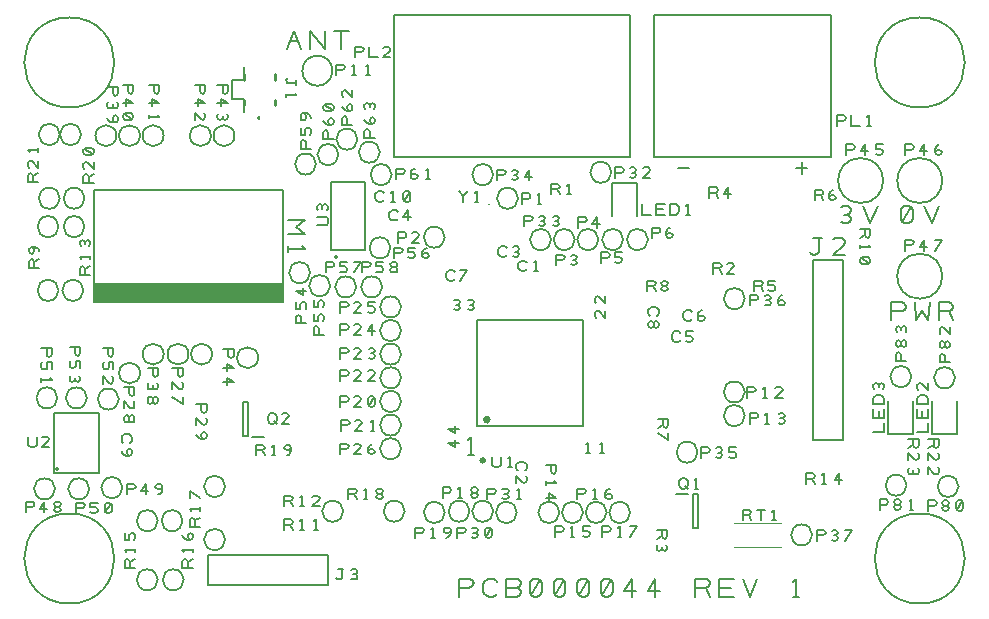
<source format=gto>
G04 DesignSpark PCB Gerber Version 10.0 Build 5299*
G04 #@! TF.Part,Single*
G04 #@! TF.FileFunction,Legend,Top*
G04 #@! TF.FilePolarity,Positive*
%FSLAX35Y35*%
%MOIN*%
%ADD14C,0.00394*%
%ADD10C,0.00500*%
%ADD11C,0.00787*%
%ADD12C,0.00800*%
%ADD13C,0.01000*%
G04 #@! TD.AperFunction*
X0Y0D02*
D02*
D10*
X15998Y30998D02*
G75*
G03*
Y998I0J-15000D01*
G01*
G75*
G03*
Y30998I0J15000D01*
G01*
Y196352D02*
G75*
G03*
Y166352I0J-15000D01*
G01*
G75*
G03*
Y196352I0J15000D01*
G01*
X62100Y17061D02*
Y7061D01*
X102100D01*
Y17061D01*
X62100D01*
X103262Y141589D02*
X114561D01*
Y118754D01*
X103262D01*
Y141589D01*
X104465Y116510D02*
G75*
G03*
X105484I510J0D01*
G01*
G75*
G03*
X104465I-510J0D01*
G01*
G36*
X104465Y116510D02*
G75*
G03*
X105484I510J0D01*
G01*
G75*
G03*
X104465I-510J0D01*
G01*
G37*
X151825Y60093D02*
X187258D01*
Y95526D01*
X151825D01*
Y60093D01*
X153793Y49463D02*
G75*
G03*
Y47888I0J-787D01*
G01*
G75*
G03*
Y49463I0J787D01*
G01*
G36*
X153793Y49463D02*
G75*
G03*
Y47888I0J-787D01*
G01*
G75*
G03*
Y49463I0J787D01*
G01*
G37*
X154187Y62061D02*
G75*
G03*
X156156Y62455I984J197D01*
G01*
G75*
G03*
X154187Y62061I-984J-197D01*
G01*
G36*
X154187Y62061D02*
G75*
G03*
X156156Y62455I984J197D01*
G01*
G75*
G03*
X154187Y62061I-984J-197D01*
G01*
G37*
X203006Y197100D02*
X124266D01*
Y149856D01*
X203006D01*
Y197100D01*
X263754Y55486D02*
X273754D01*
Y115486D01*
X263754D01*
Y55486D01*
X269935Y197100D02*
X210880D01*
Y149856D01*
X269935D01*
Y197100D01*
X274778Y150420D02*
Y154170D01*
X276965D01*
X277590Y153857D01*
X277903Y153232D01*
X277590Y152607D01*
X276965Y152295D01*
X274778D01*
X281340Y150420D02*
Y154170D01*
X279778Y151670D01*
X282278D01*
X284778Y150732D02*
X285403Y150420D01*
X286340D01*
X286965Y150732D01*
X287278Y151357D01*
Y151670D01*
X286965Y152295D01*
X286340Y152607D01*
X284778D01*
Y154170D01*
X287278D01*
X294463Y118530D02*
Y122280D01*
X296650D01*
X297275Y121968D01*
X297588Y121343D01*
X297275Y120718D01*
X296650Y120405D01*
X294463D01*
X301025Y118530D02*
Y122280D01*
X299463Y119780D01*
X301963D01*
X304463Y118530D02*
X306963Y122280D01*
X304463D01*
X294463Y150420D02*
Y154170D01*
X296650D01*
X297275Y153857D01*
X297588Y153232D01*
X297275Y152607D01*
X296650Y152295D01*
X294463D01*
X301025Y150420D02*
Y154170D01*
X299463Y151670D01*
X301963D01*
X304463Y151357D02*
X304775Y151982D01*
X305400Y152295D01*
X306025D01*
X306650Y151982D01*
X306963Y151357D01*
X306650Y150732D01*
X306025Y150420D01*
X305400D01*
X304775Y150732D01*
X304463Y151357D01*
Y152295D01*
X304775Y153232D01*
X305400Y153857D01*
X306025Y154170D01*
X299463Y30998D02*
G75*
G03*
Y998I0J-15000D01*
G01*
G75*
G03*
Y30998I0J15000D01*
G01*
Y196352D02*
G75*
G03*
Y166352I0J-15000D01*
G01*
G75*
G03*
Y196352I0J15000D01*
G01*
D02*
D11*
X75545Y56746D02*
X73774D01*
Y68163D01*
X75545D01*
Y56746D01*
X81057Y56549D02*
X76923D01*
X88734Y128991D02*
X94640D01*
X91687Y126530D01*
X94640Y124069D01*
X88734D01*
Y120132D02*
Y118164D01*
Y119148D02*
X94640D01*
X93656Y120132D01*
X88439Y185978D02*
X90900Y191884D01*
X93360Y185978D01*
X89423Y188439D02*
X92376D01*
X96313Y185978D02*
Y191884D01*
X101234Y185978D01*
Y191884D01*
X106648Y185978D02*
Y191884D01*
X104187D02*
X109108D01*
X145919Y3301D02*
Y9207D01*
X149364D01*
X150348Y8715D01*
X150841Y7730D01*
X150348Y6746D01*
X149364Y6254D01*
X145919D01*
X158715Y4285D02*
X158222Y3793D01*
X157238Y3301D01*
X155762D01*
X154778Y3793D01*
X154285Y4285D01*
X153793Y5270D01*
Y7238D01*
X154285Y8222D01*
X154778Y8715D01*
X155762Y9207D01*
X157238D01*
X158222Y8715D01*
X158715Y8222D01*
X165112Y6254D02*
X166096Y5762D01*
X166589Y4778D01*
X166096Y3793D01*
X165112Y3301D01*
X161667D01*
Y9207D01*
X165112D01*
X166096Y8715D01*
X166589Y7730D01*
X166096Y6746D01*
X165112Y6254D01*
X161667D01*
X170033Y3793D02*
X171018Y3301D01*
X172002D01*
X172986Y3793D01*
X173478Y4778D01*
Y7730D01*
X172986Y8715D01*
X172002Y9207D01*
X171018D01*
X170033Y8715D01*
X169541Y7730D01*
Y4778D01*
X170033Y3793D01*
X172986Y8715D01*
X177907Y3793D02*
X178892Y3301D01*
X179876D01*
X180860Y3793D01*
X181352Y4778D01*
Y7730D01*
X180860Y8715D01*
X179876Y9207D01*
X178892D01*
X177907Y8715D01*
X177415Y7730D01*
Y4778D01*
X177907Y3793D01*
X180860Y8715D01*
X185781Y3793D02*
X186766Y3301D01*
X187750D01*
X188734Y3793D01*
X189226Y4778D01*
Y7730D01*
X188734Y8715D01*
X187750Y9207D01*
X186766D01*
X185781Y8715D01*
X185289Y7730D01*
Y4778D01*
X185781Y3793D01*
X188734Y8715D01*
X193656Y3793D02*
X194640Y3301D01*
X195624D01*
X196608Y3793D01*
X197100Y4778D01*
Y7730D01*
X196608Y8715D01*
X195624Y9207D01*
X194640D01*
X193656Y8715D01*
X193163Y7730D01*
Y4778D01*
X193656Y3793D01*
X196608Y8715D01*
X203498Y3301D02*
Y9207D01*
X201037Y5270D01*
X204974D01*
X211372Y3301D02*
Y9207D01*
X208911Y5270D01*
X212848D01*
X224659Y3301D02*
Y9207D01*
X228104D01*
X229089Y8715D01*
X229581Y7730D01*
X229089Y6746D01*
X228104Y6254D01*
X224659D01*
X228104D02*
X229581Y3301D01*
X232533D02*
Y9207D01*
X237455D01*
X236470Y6254D02*
X232533D01*
Y3301D02*
X237455D01*
X240407Y9207D02*
X242868Y3301D01*
X245329Y9207D01*
X257140Y3301D02*
X259108D01*
X258124D02*
Y9207D01*
X257140Y8222D01*
X148872Y50545D02*
X150841D01*
X149856D02*
Y56451D01*
X148872Y55467D01*
X205171Y130171D02*
Y141195D01*
X196904D01*
Y130171D01*
X218262Y37652D02*
X222396D01*
X218754Y146215D02*
X222691D01*
X223774Y37455D02*
X225545D01*
Y26037D01*
X223774D01*
Y37455D01*
X258124Y146215D02*
X262061D01*
X260093Y144246D02*
Y148183D01*
X262848Y118065D02*
X263341Y117573D01*
X264325Y117081D01*
X265309Y117573D01*
X265801Y118065D01*
Y122986D01*
X266785D01*
X265801D02*
X263833D01*
X274659Y117081D02*
X270722D01*
X274167Y120526D01*
X274659Y121510D01*
X274167Y122494D01*
X273183Y122986D01*
X271707D01*
X270722Y122494D01*
X273183Y128203D02*
X274167Y127711D01*
X275152D01*
X276136Y128203D01*
X276628Y129187D01*
X276136Y130171D01*
X275152Y130663D01*
X274167D01*
X275152D02*
X276136Y131156D01*
X276628Y132140D01*
X276136Y133124D01*
X275152Y133616D01*
X274167D01*
X273183Y133124D01*
X280565Y133616D02*
X283026Y127711D01*
X285486Y133616D01*
X289030Y68360D02*
Y57337D01*
X297297D01*
Y68360D01*
X290014Y95427D02*
Y101333D01*
X293459D01*
X294443Y100841D01*
X294935Y99856D01*
X294443Y98872D01*
X293459Y98380D01*
X290014D01*
X297888Y101333D02*
X298380Y95427D01*
X300348Y98380D01*
X302317Y95427D01*
X302809Y101333D01*
X305762Y95427D02*
Y101333D01*
X309207D01*
X310191Y100841D01*
X310683Y99856D01*
X310191Y98872D01*
X309207Y98380D01*
X305762D01*
X309207D02*
X310683Y95427D01*
X293656Y128203D02*
X294640Y127711D01*
X295624D01*
X296608Y128203D01*
X297100Y129187D01*
Y132140D01*
X296608Y133124D01*
X295624Y133616D01*
X294640D01*
X293656Y133124D01*
X293163Y132140D01*
Y129187D01*
X293656Y128203D01*
X296608Y133124D01*
X301037Y133616D02*
X303498Y127711D01*
X305959Y133616D01*
X303596Y68360D02*
Y57337D01*
X311864D01*
Y68360D01*
D02*
D12*
X1431Y31446D02*
Y34971D01*
X3487D01*
X4075Y34678D01*
X4369Y34090D01*
X4075Y33502D01*
X3487Y33209D01*
X1431D01*
X7600Y31446D02*
Y34971D01*
X6131Y32621D01*
X8481D01*
X11712Y33209D02*
X12300D01*
X12887Y33502D01*
X13181Y34090D01*
X12887Y34678D01*
X12300Y34971D01*
X11712D01*
X11125Y34678D01*
X10831Y34090D01*
X11125Y33502D01*
X11712Y33209D01*
X11125Y32915D01*
X10831Y32328D01*
X11125Y31740D01*
X11712Y31446D01*
X12300D01*
X12887Y31740D01*
X13181Y32328D01*
X12887Y32915D01*
X12300Y33209D01*
X2219Y56625D02*
Y53981D01*
X2512Y53394D01*
X3100Y53100D01*
X4275D01*
X4862Y53394D01*
X5156Y53981D01*
Y56625D01*
X9269Y53100D02*
X6919D01*
X8975Y55156D01*
X9269Y55744D01*
X8975Y56331D01*
X8387Y56625D01*
X7506D01*
X6919Y56331D01*
X6643Y86077D02*
X10168D01*
Y84020D01*
X9874Y83433D01*
X9287Y83139D01*
X8699Y83433D01*
X8406Y84020D01*
Y86077D01*
X6937Y81377D02*
X6643Y80789D01*
Y79908D01*
X6937Y79320D01*
X7524Y79027D01*
X7818D01*
X8406Y79320D01*
X8699Y79908D01*
Y81377D01*
X10168D01*
Y79027D01*
X6643Y76089D02*
Y74914D01*
Y75502D02*
X10168D01*
X9581Y76089D01*
X5668Y141589D02*
X2143D01*
Y143645D01*
X2437Y144232D01*
X3024Y144526D01*
X3612Y144232D01*
X3906Y143645D01*
Y141589D01*
Y143645D02*
X5668Y144526D01*
Y148639D02*
Y146289D01*
X3612Y148345D01*
X3024Y148639D01*
X2437Y148345D01*
X2143Y147757D01*
Y146876D01*
X2437Y146289D01*
X5668Y151576D02*
Y152751D01*
Y152164D02*
X2143D01*
X2730Y151576D01*
X6062Y112848D02*
X2537D01*
Y114905D01*
X2830Y115492D01*
X3418Y115786D01*
X4006Y115492D01*
X4299Y114905D01*
Y112848D01*
Y114905D02*
X6062Y115786D01*
Y118430D02*
X5768Y119017D01*
X5180Y119605D01*
X4299Y119898D01*
X3418D01*
X2830Y119605D01*
X2537Y119017D01*
Y118430D01*
X2830Y117842D01*
X3418Y117548D01*
X4006Y117842D01*
X4299Y118430D01*
Y119017D01*
X4006Y119605D01*
X3418Y119898D01*
X7730Y42726D02*
G75*
G03*
Y35726I0J-3500D01*
G01*
G75*
G03*
Y42726I0J3500D01*
G01*
X8518Y73041D02*
G75*
G03*
Y66041I0J-3500D01*
G01*
G75*
G03*
Y73041I0J3500D01*
G01*
X8911Y108868D02*
G75*
G03*
Y101868I0J-3500D01*
G01*
G75*
G03*
Y108868I0J3500D01*
G01*
Y130128D02*
G75*
G03*
Y123128I0J-3500D01*
G01*
G75*
G03*
Y130128I0J3500D01*
G01*
X9305Y139577D02*
G75*
G03*
Y132577I0J-3500D01*
G01*
G75*
G03*
Y139577I0J3500D01*
G01*
Y160837D02*
G75*
G03*
Y153837I0J-3500D01*
G01*
G75*
G03*
Y160837I0J3500D01*
G01*
X10860Y64581D02*
X25860D01*
Y44581D01*
X10860D01*
Y64581D01*
X11968Y46315D02*
G75*
G03*
Y45422I0J-447D01*
G01*
G75*
G03*
Y46315I0J447D01*
G01*
X16092Y86470D02*
X19617D01*
Y84414D01*
X19323Y83827D01*
X18736Y83533D01*
X18148Y83827D01*
X17854Y84414D01*
Y86470D01*
X16386Y81770D02*
X16092Y81183D01*
Y80302D01*
X16386Y79714D01*
X16973Y79420D01*
X17267D01*
X17854Y79714D01*
X18148Y80302D01*
Y81770D01*
X19617D01*
Y79420D01*
X16386Y76777D02*
X16092Y76189D01*
Y75602D01*
X16386Y75014D01*
X16973Y74720D01*
X17561Y75014D01*
X17854Y75602D01*
Y76189D01*
Y75602D02*
X18148Y75014D01*
X18736Y74720D01*
X19323Y75014D01*
X19617Y75602D01*
Y76189D01*
X19323Y76777D01*
X16392Y160837D02*
G75*
G03*
Y153837I0J-3500D01*
G01*
G75*
G03*
Y160837I0J3500D01*
G01*
X17179Y108868D02*
G75*
G03*
Y101868I0J-3500D01*
G01*
G75*
G03*
Y108868I0J3500D01*
G01*
X17573Y130128D02*
G75*
G03*
Y123128I0J-3500D01*
G01*
G75*
G03*
Y130128I0J3500D01*
G01*
Y139577D02*
G75*
G03*
Y132577I0J-3500D01*
G01*
G75*
G03*
Y139577I0J3500D01*
G01*
X18360Y31052D02*
Y34578D01*
X20417D01*
X21004Y34284D01*
X21298Y33696D01*
X21004Y33109D01*
X20417Y32815D01*
X18360D01*
X23060Y31346D02*
X23648Y31052D01*
X24529D01*
X25117Y31346D01*
X25410Y31934D01*
Y32228D01*
X25117Y32815D01*
X24529Y33109D01*
X23060D01*
Y34578D01*
X25410D01*
X28054Y31346D02*
X28641Y31052D01*
X29229D01*
X29817Y31346D01*
X30110Y31934D01*
Y33696D01*
X29817Y34284D01*
X29229Y34578D01*
X28641D01*
X28054Y34284D01*
X27760Y33696D01*
Y31934D01*
X28054Y31346D01*
X29817Y34284D01*
X18360Y73041D02*
G75*
G03*
Y66041I0J-3500D01*
G01*
G75*
G03*
Y73041I0J3500D01*
G01*
X19148Y42726D02*
G75*
G03*
Y35726I0J-3500D01*
G01*
G75*
G03*
Y42726I0J3500D01*
G01*
X22991Y110486D02*
X19466D01*
Y112543D01*
X19759Y113130D01*
X20347Y113424D01*
X20935Y113130D01*
X21228Y112543D01*
Y110486D01*
Y112543D02*
X22991Y113424D01*
Y115774D02*
Y116949D01*
Y116361D02*
X19466D01*
X20053Y115774D01*
X22697Y120180D02*
X22991Y120767D01*
Y121355D01*
X22697Y121943D01*
X22109Y122236D01*
X21522Y121943D01*
X21228Y121355D01*
Y120767D01*
Y121355D02*
X20935Y121943D01*
X20347Y122236D01*
X19759Y121943D01*
X19466Y121355D01*
Y120767D01*
X19759Y120180D01*
X24172Y141195D02*
X20647D01*
Y143251D01*
X20941Y143839D01*
X21528Y144132D01*
X22116Y143839D01*
X22409Y143251D01*
Y141195D01*
Y143251D02*
X24172Y144132D01*
Y148245D02*
Y145895D01*
X22116Y147951D01*
X21528Y148245D01*
X20941Y147951D01*
X20647Y147364D01*
Y146482D01*
X20941Y145895D01*
X23878Y150889D02*
X24172Y151476D01*
Y152064D01*
X23878Y152651D01*
X23291Y152945D01*
X21528D01*
X20941Y152651D01*
X20647Y152064D01*
Y151476D01*
X20941Y150889D01*
X21528Y150595D01*
X23291D01*
X23878Y150889D01*
X20941Y152651D01*
X27115Y86077D02*
X30641D01*
Y84020D01*
X30347Y83433D01*
X29759Y83139D01*
X29172Y83433D01*
X28878Y84020D01*
Y86077D01*
X27409Y81377D02*
X27115Y80789D01*
Y79908D01*
X27409Y79320D01*
X27997Y79027D01*
X28291D01*
X28878Y79320D01*
X29172Y79908D01*
Y81377D01*
X30641D01*
Y79027D01*
X27115Y74327D02*
Y76677D01*
X29172Y74620D01*
X29759Y74327D01*
X30347Y74620D01*
X30641Y75208D01*
Y76089D01*
X30347Y76677D01*
X28690Y173085D02*
X32215D01*
Y171028D01*
X31922Y170441D01*
X31334Y170147D01*
X30746Y170441D01*
X30453Y171028D01*
Y173085D01*
X28984Y168091D02*
X28690Y167504D01*
Y166916D01*
X28984Y166328D01*
X29572Y166035D01*
X30159Y166328D01*
X30453Y166916D01*
Y167504D01*
Y166916D02*
X30746Y166328D01*
X31334Y166035D01*
X31922Y166328D01*
X32215Y166916D01*
Y167504D01*
X31922Y168091D01*
X28690Y162804D02*
X28984Y162216D01*
X29572Y161628D01*
X30453Y161335D01*
X31334D01*
X31922Y161628D01*
X32215Y162216D01*
Y162804D01*
X31922Y163391D01*
X31334Y163685D01*
X30746Y163391D01*
X30453Y162804D01*
Y162216D01*
X30746Y161628D01*
X31334Y161335D01*
X28990Y72648D02*
G75*
G03*
Y65648I0J-3500D01*
G01*
G75*
G03*
Y72648I0J3500D01*
G01*
X30171Y43120D02*
G75*
G03*
Y36120I0J-3500D01*
G01*
G75*
G03*
Y43120I0J3500D01*
G01*
X31703Y156943D02*
G75*
G03*
X24703I-3500J0D01*
G01*
G75*
G03*
X31703I3500J0D01*
G01*
X34002Y54399D02*
X33709Y54693D01*
X33415Y55280D01*
Y56161D01*
X33709Y56749D01*
X34002Y57043D01*
X34590Y57337D01*
X35765D01*
X36352Y57043D01*
X36646Y56749D01*
X36940Y56161D01*
Y55280D01*
X36646Y54693D01*
X36352Y54399D01*
X33415Y51756D02*
X33709Y51168D01*
X34296Y50580D01*
X35177Y50287D01*
X36059D01*
X36646Y50580D01*
X36940Y51168D01*
Y51756D01*
X36646Y52343D01*
X36059Y52637D01*
X35471Y52343D01*
X35177Y51756D01*
Y51168D01*
X35471Y50580D01*
X36059Y50287D01*
X33808Y173872D02*
X37333D01*
Y171816D01*
X37040Y171228D01*
X36452Y170935D01*
X35865Y171228D01*
X35571Y171816D01*
Y173872D01*
X33808Y167703D02*
X37333D01*
X34983Y169172D01*
Y166822D01*
X34102Y164178D02*
X33808Y163591D01*
Y163003D01*
X34102Y162416D01*
X34690Y162122D01*
X36452D01*
X37040Y162416D01*
X37333Y163003D01*
Y163591D01*
X37040Y164178D01*
X36452Y164472D01*
X34690D01*
X34102Y164178D01*
X37040Y162416D01*
X34202Y73085D02*
X37727D01*
Y71028D01*
X37433Y70441D01*
X36846Y70147D01*
X36258Y70441D01*
X35964Y71028D01*
Y73085D01*
X34202Y66035D02*
Y68385D01*
X36258Y66328D01*
X36846Y66035D01*
X37433Y66328D01*
X37727Y66916D01*
Y67797D01*
X37433Y68385D01*
X35964Y62804D02*
Y62216D01*
X36258Y61628D01*
X36846Y61335D01*
X37433Y61628D01*
X37727Y62216D01*
Y62804D01*
X37433Y63391D01*
X36846Y63685D01*
X36258Y63391D01*
X35964Y62804D01*
X35670Y63391D01*
X35083Y63685D01*
X34496Y63391D01*
X34202Y62804D01*
Y62216D01*
X34496Y61628D01*
X35083Y61335D01*
X35670Y61628D01*
X35964Y62216D01*
X35289Y37352D02*
Y40877D01*
X37346D01*
X37933Y40583D01*
X38227Y39996D01*
X37933Y39408D01*
X37346Y39114D01*
X35289D01*
X41458Y37352D02*
Y40877D01*
X39989Y38527D01*
X42339D01*
X45570Y37352D02*
X46158Y37646D01*
X46746Y38233D01*
X47039Y39114D01*
Y39996D01*
X46746Y40583D01*
X46158Y40877D01*
X45570D01*
X44983Y40583D01*
X44689Y39996D01*
X44983Y39408D01*
X45570Y39114D01*
X46158D01*
X46746Y39408D01*
X47039Y39996D01*
X37952Y12848D02*
X34426D01*
Y14905D01*
X34720Y15492D01*
X35307Y15786D01*
X35895Y15492D01*
X36189Y14905D01*
Y12848D01*
Y14905D02*
X37952Y15786D01*
Y18136D02*
Y19311D01*
Y18724D02*
X34426D01*
X35014Y18136D01*
X37657Y22248D02*
X37952Y22836D01*
Y23717D01*
X37657Y24305D01*
X37070Y24598D01*
X36776D01*
X36189Y24305D01*
X35895Y23717D01*
Y22248D01*
X34426D01*
Y24598D01*
X39577Y77809D02*
G75*
G03*
X32577I-3500J0D01*
G01*
G75*
G03*
X39577I3500J0D01*
G01*
Y156943D02*
G75*
G03*
X32577I-3500J0D01*
G01*
G75*
G03*
X39577I3500J0D01*
G01*
X42076Y79384D02*
X45601D01*
Y77328D01*
X45307Y76740D01*
X44720Y76446D01*
X44132Y76740D01*
X43839Y77328D01*
Y79384D01*
X42370Y74390D02*
X42076Y73803D01*
Y73215D01*
X42370Y72628D01*
X42957Y72334D01*
X43545Y72628D01*
X43839Y73215D01*
Y73803D01*
Y73215D02*
X44132Y72628D01*
X44720Y72334D01*
X45307Y72628D01*
X45601Y73215D01*
Y73803D01*
X45307Y74390D01*
X43839Y69103D02*
Y68515D01*
X44132Y67928D01*
X44720Y67634D01*
X45307Y67928D01*
X45601Y68515D01*
Y69103D01*
X45307Y69690D01*
X44720Y69984D01*
X44132Y69690D01*
X43839Y69103D01*
X43545Y69690D01*
X42957Y69984D01*
X42370Y69690D01*
X42076Y69103D01*
Y68515D01*
X42370Y67928D01*
X42957Y67634D01*
X43545Y67928D01*
X43839Y68515D01*
X42470Y173872D02*
X45995D01*
Y171816D01*
X45701Y171228D01*
X45114Y170935D01*
X44526Y171228D01*
X44232Y171816D01*
Y173872D01*
X42470Y167703D02*
X45995D01*
X43645Y169172D01*
Y166822D01*
X42470Y163885D02*
Y162709D01*
Y163297D02*
X45995D01*
X45407Y163885D01*
X41982Y12411D02*
G75*
G03*
Y5411I0J-3500D01*
G01*
G75*
G03*
Y12411I0J3500D01*
G01*
Y32096D02*
G75*
G03*
Y25096I0J-3500D01*
G01*
G75*
G03*
Y32096I0J3500D01*
G01*
X47451Y84108D02*
G75*
G03*
X40451I-3500J0D01*
G01*
G75*
G03*
X47451I3500J0D01*
G01*
Y156943D02*
G75*
G03*
X40451I-3500J0D01*
G01*
G75*
G03*
X47451I3500J0D01*
G01*
X50344Y79384D02*
X53869D01*
Y77328D01*
X53575Y76740D01*
X52988Y76446D01*
X52400Y76740D01*
X52106Y77328D01*
Y79384D01*
X50344Y72334D02*
Y74684D01*
X52400Y72628D01*
X52988Y72334D01*
X53575Y72628D01*
X53869Y73215D01*
Y74096D01*
X53575Y74684D01*
X50344Y69984D02*
X53869Y67634D01*
Y69984D01*
X50250Y32096D02*
G75*
G03*
Y25096I0J-3500D01*
G01*
G75*
G03*
Y32096I0J3500D01*
G01*
X50644Y12411D02*
G75*
G03*
Y5411I0J-3500D01*
G01*
G75*
G03*
Y12411I0J3500D01*
G01*
X55719Y84108D02*
G75*
G03*
X48719I-3500J0D01*
G01*
G75*
G03*
X55719I3500J0D01*
G01*
X57824Y173872D02*
X61349D01*
Y171816D01*
X61056Y171228D01*
X60468Y170935D01*
X59880Y171228D01*
X59587Y171816D01*
Y173872D01*
X57824Y167703D02*
X61349D01*
X58999Y169172D01*
Y166822D01*
X57824Y162122D02*
Y164472D01*
X59880Y162416D01*
X60468Y162122D01*
X61056Y162416D01*
X61349Y163003D01*
Y163885D01*
X61056Y164472D01*
X58218Y67573D02*
X61743D01*
Y65517D01*
X61449Y64929D01*
X60862Y64635D01*
X60274Y64929D01*
X59980Y65517D01*
Y67573D01*
X58218Y60523D02*
Y62873D01*
X60274Y60817D01*
X60862Y60523D01*
X61449Y60817D01*
X61743Y61404D01*
Y62285D01*
X61449Y62873D01*
X58218Y57292D02*
X58512Y56704D01*
X59099Y56117D01*
X59980Y55823D01*
X60862D01*
X61449Y56117D01*
X61743Y56704D01*
Y57292D01*
X61449Y57879D01*
X60862Y58173D01*
X60274Y57879D01*
X59980Y57292D01*
Y56704D01*
X60274Y56117D01*
X60862Y55823D01*
X57243Y12848D02*
X53718D01*
Y14905D01*
X54011Y15492D01*
X54599Y15786D01*
X55187Y15492D01*
X55480Y14905D01*
Y12848D01*
Y14905D02*
X57243Y15786D01*
Y18136D02*
Y19311D01*
Y18724D02*
X53718D01*
X54305Y18136D01*
X56361Y22248D02*
X55774Y22542D01*
X55480Y23130D01*
Y23717D01*
X55774Y24305D01*
X56361Y24598D01*
X56949Y24305D01*
X57243Y23717D01*
Y23130D01*
X56949Y22542D01*
X56361Y22248D01*
X55480D01*
X54599Y22542D01*
X54011Y23130D01*
X53718Y23717D01*
X59605Y26628D02*
X56080D01*
Y28684D01*
X56374Y29272D01*
X56961Y29565D01*
X57549Y29272D01*
X57843Y28684D01*
Y26628D01*
Y28684D02*
X59605Y29565D01*
Y31915D02*
Y33091D01*
Y32503D02*
X56080D01*
X56667Y31915D01*
X59605Y36028D02*
X56080Y38378D01*
Y36028D01*
X63199Y156943D02*
G75*
G03*
X56199I-3500J0D01*
G01*
G75*
G03*
X63199I3500J0D01*
G01*
X63593Y84108D02*
G75*
G03*
X56593I-3500J0D01*
G01*
G75*
G03*
X63593I3500J0D01*
G01*
X64423Y25797D02*
G75*
G03*
Y18797I0J-3500D01*
G01*
G75*
G03*
Y25797I0J3500D01*
G01*
Y43514D02*
G75*
G03*
Y36514I0J-3500D01*
G01*
G75*
G03*
Y43514I0J3500D01*
G01*
X65304Y173872D02*
X68830D01*
Y171816D01*
X68536Y171228D01*
X67948Y170935D01*
X67361Y171228D01*
X67067Y171816D01*
Y173872D01*
X65304Y167703D02*
X68830D01*
X66480Y169172D01*
Y166822D01*
X65598Y164178D02*
X65304Y163591D01*
Y163003D01*
X65598Y162416D01*
X66186Y162122D01*
X66773Y162416D01*
X67067Y163003D01*
Y163591D01*
Y163003D02*
X67361Y162416D01*
X67948Y162122D01*
X68536Y162416D01*
X68830Y163003D01*
Y163591D01*
X68536Y164178D01*
X67272Y85683D02*
X70798D01*
Y83627D01*
X70504Y83039D01*
X69917Y82746D01*
X69329Y83039D01*
X69035Y83627D01*
Y85683D01*
X67272Y79514D02*
X70798D01*
X68448Y80983D01*
Y78633D01*
X67272Y74814D02*
X70798D01*
X68448Y76283D01*
Y73933D01*
X70348Y169097D02*
Y175497D01*
X74285D01*
X71073Y156943D02*
G75*
G03*
X64073I-3500J0D01*
G01*
G75*
G03*
X71073I3500J0D01*
G01*
X74285Y167097D02*
Y164697D01*
Y169097D02*
X70348D01*
X74285Y177497D02*
Y179897D01*
X78203Y50344D02*
Y53869D01*
X80259D01*
X80846Y53575D01*
X81140Y52988D01*
X80846Y52400D01*
X80259Y52106D01*
X78203D01*
X80259D02*
X81140Y50344D01*
X83490D02*
X84665D01*
X84078D02*
Y53869D01*
X83490Y53281D01*
X88484Y50344D02*
X89072Y50638D01*
X89659Y51225D01*
X89953Y52106D01*
Y52988D01*
X89659Y53575D01*
X89072Y53869D01*
X88484D01*
X87896Y53575D01*
X87603Y52988D01*
X87896Y52400D01*
X88484Y52106D01*
X89072D01*
X89659Y52400D01*
X89953Y52988D01*
X78947Y82927D02*
G75*
G03*
X71947I-3500J0D01*
G01*
G75*
G03*
X78947I3500J0D01*
G01*
X82140Y62149D02*
Y63324D01*
X82433Y63911D01*
X82727Y64205D01*
X83315Y64499D01*
X83902D01*
X84490Y64205D01*
X84783Y63911D01*
X85077Y63324D01*
Y62149D01*
X84783Y61561D01*
X84490Y61268D01*
X83902Y60974D01*
X83315D01*
X82727Y61268D01*
X82433Y61561D01*
X82140Y62149D01*
X84196Y61855D02*
X85077Y60974D01*
X89190D02*
X86840D01*
X88896Y63030D01*
X89190Y63618D01*
X88896Y64205D01*
X88309Y64499D01*
X87427D01*
X86840Y64205D01*
X87258Y101431D02*
Y107337D01*
X24266D01*
Y101431D01*
X87258D01*
G36*
X87258Y101431D02*
Y107337D01*
X24266D01*
Y101431D01*
X87258D01*
G37*
Y138833D01*
X24266D01*
Y101431D01*
X87258D01*
X88727Y176234D02*
X88433Y175940D01*
X88139Y175353D01*
X88433Y174765D01*
X88727Y174471D01*
X91664D01*
Y173884D01*
Y174471D02*
Y175646D01*
X88139Y170946D02*
Y169771D01*
Y170359D02*
X91664D01*
X91077Y170946D01*
X87652Y25541D02*
Y29066D01*
X89708D01*
X90295Y28772D01*
X90589Y28185D01*
X90295Y27597D01*
X89708Y27303D01*
X87652D01*
X89708D02*
X90589Y25541D01*
X92939D02*
X94114D01*
X93527D02*
Y29066D01*
X92939Y28478D01*
X97639Y25541D02*
X98814D01*
X98227D02*
Y29066D01*
X97639Y28478D01*
X87652Y33415D02*
Y36940D01*
X89708D01*
X90295Y36646D01*
X90589Y36059D01*
X90295Y35471D01*
X89708Y35177D01*
X87652D01*
X89708D02*
X90589Y33415D01*
X92939D02*
X94114D01*
X93527D02*
Y36940D01*
X92939Y36352D01*
X99402Y33415D02*
X97052D01*
X99108Y35471D01*
X99402Y36059D01*
X99108Y36646D01*
X98520Y36940D01*
X97639D01*
X97052Y36646D01*
X92770Y114774D02*
G75*
G03*
Y107774I0J-3500D01*
G01*
G75*
G03*
Y114774I0J3500D01*
G01*
X94738Y150994D02*
G75*
G03*
Y143994I0J-3500D01*
G01*
G75*
G03*
Y150994I0J3500D01*
G01*
X95038Y94344D02*
X91513D01*
Y96401D01*
X91807Y96988D01*
X92394Y97282D01*
X92982Y96988D01*
X93276Y96401D01*
Y94344D01*
X94744Y99044D02*
X95038Y99632D01*
Y100513D01*
X94744Y101101D01*
X94157Y101394D01*
X93863D01*
X93276Y101101D01*
X92982Y100513D01*
Y99044D01*
X91513D01*
Y101394D01*
X95038Y105213D02*
X91513D01*
X93863Y103744D01*
Y106094D01*
X96613Y152612D02*
X93088D01*
Y154669D01*
X93381Y155256D01*
X93969Y155550D01*
X94557Y155256D01*
X94850Y154669D01*
Y152612D01*
X96319Y157312D02*
X96613Y157900D01*
Y158781D01*
X96319Y159369D01*
X95731Y159662D01*
X95438D01*
X94850Y159369D01*
X94557Y158781D01*
Y157312D01*
X93088D01*
Y159662D01*
X96613Y162893D02*
X96319Y163481D01*
X95731Y164069D01*
X94850Y164362D01*
X93969D01*
X93381Y164069D01*
X93088Y163481D01*
Y162893D01*
X93381Y162306D01*
X93969Y162012D01*
X94557Y162306D01*
X94850Y162893D01*
Y163481D01*
X94557Y164069D01*
X93969Y164362D01*
X99463Y110443D02*
G75*
G03*
Y103443I0J-3500D01*
G01*
G75*
G03*
Y110443I0J3500D01*
G01*
X101431Y111367D02*
Y114893D01*
X103487D01*
X104075Y114599D01*
X104369Y114011D01*
X104075Y113424D01*
X103487Y113130D01*
X101431D01*
X106131Y111661D02*
X106719Y111367D01*
X107600D01*
X108187Y111661D01*
X108481Y112249D01*
Y112543D01*
X108187Y113130D01*
X107600Y113424D01*
X106131D01*
Y114893D01*
X108481D01*
X110831Y111367D02*
X113181Y114893D01*
X110831D01*
X100944Y90407D02*
X97419D01*
Y92464D01*
X97712Y93051D01*
X98300Y93345D01*
X98887Y93051D01*
X99181Y92464D01*
Y90407D01*
X100650Y95107D02*
X100944Y95695D01*
Y96576D01*
X100650Y97164D01*
X100062Y97457D01*
X99769D01*
X99181Y97164D01*
X98887Y96576D01*
Y95107D01*
X97419D01*
Y97457D01*
X100650Y99807D02*
X100944Y100395D01*
Y101276D01*
X100650Y101864D01*
X100062Y102157D01*
X99769D01*
X99181Y101864D01*
X98887Y101276D01*
Y99807D01*
X97419D01*
Y102157D01*
X102219Y154144D02*
G75*
G03*
Y147144I0J-3500D01*
G01*
G75*
G03*
Y154144I0J3500D01*
G01*
X98600Y127022D02*
X101243D01*
X101831Y127315D01*
X102125Y127903D01*
Y129078D01*
X101831Y129665D01*
X101243Y129959D01*
X98600D01*
X101831Y132015D02*
X102125Y132603D01*
Y133191D01*
X101831Y133778D01*
X101243Y134072D01*
X100656Y133778D01*
X100362Y133191D01*
Y132603D01*
Y133191D02*
X100069Y133778D01*
X99481Y134072D01*
X98893Y133778D01*
X98600Y133191D01*
Y132603D01*
X98893Y132015D01*
X103675Y178596D02*
G75*
G03*
X93675I-5000J0D01*
G01*
G75*
G03*
X103675I5000J0D01*
G01*
X103793Y35246D02*
G75*
G03*
Y28246I0J-3500D01*
G01*
G75*
G03*
Y35246I0J3500D01*
G01*
X104974Y9593D02*
X105268Y9299D01*
X105856Y9005D01*
X106443Y9299D01*
X106737Y9593D01*
Y12530D01*
X107324D01*
X106737D02*
X105562D01*
X109968Y9299D02*
X110556Y9005D01*
X111143D01*
X111731Y9299D01*
X112024Y9887D01*
X111731Y10474D01*
X111143Y10768D01*
X110556D01*
X111143D02*
X111731Y11061D01*
X112024Y11649D01*
X111731Y12237D01*
X111143Y12530D01*
X110556D01*
X109968Y12237D01*
X104093Y155762D02*
X100568D01*
Y157818D01*
X100862Y158406D01*
X101449Y158699D01*
X102037Y158406D01*
X102331Y157818D01*
Y155762D01*
X103212Y160462D02*
X102624Y160756D01*
X102331Y161343D01*
Y161931D01*
X102624Y162518D01*
X103212Y162812D01*
X103799Y162518D01*
X104093Y161931D01*
Y161343D01*
X103799Y160756D01*
X103212Y160462D01*
X102331D01*
X101449Y160756D01*
X100862Y161343D01*
X100568Y161931D01*
X103799Y165456D02*
X104093Y166043D01*
Y166631D01*
X103799Y167218D01*
X103212Y167512D01*
X101449D01*
X100862Y167218D01*
X100568Y166631D01*
Y166043D01*
X100862Y165456D01*
X101449Y165162D01*
X103212D01*
X103799Y165456D01*
X100862Y167218D01*
X104974Y177115D02*
Y180641D01*
X107031D01*
X107618Y180347D01*
X107912Y179759D01*
X107618Y179172D01*
X107031Y178878D01*
X104974D01*
X110262Y177115D02*
X111437D01*
X110850D02*
Y180641D01*
X110262Y180053D01*
X114962Y177115D02*
X116137D01*
X115550D02*
Y180641D01*
X114962Y180053D01*
X106156Y50737D02*
Y54263D01*
X108212D01*
X108799Y53969D01*
X109093Y53381D01*
X108799Y52794D01*
X108212Y52500D01*
X106156D01*
X113206Y50737D02*
X110856D01*
X112912Y52794D01*
X113206Y53381D01*
X112912Y53969D01*
X112324Y54263D01*
X111443D01*
X110856Y53969D01*
X115556Y51619D02*
X115849Y52206D01*
X116437Y52500D01*
X117024D01*
X117612Y52206D01*
X117906Y51619D01*
X117612Y51031D01*
X117024Y50737D01*
X116437D01*
X115849Y51031D01*
X115556Y51619D01*
Y52500D01*
X115849Y53381D01*
X116437Y53969D01*
X117024Y54263D01*
X106156Y66485D02*
Y70011D01*
X108212D01*
X108799Y69717D01*
X109093Y69130D01*
X108799Y68542D01*
X108212Y68248D01*
X106156D01*
X113206Y66485D02*
X110856D01*
X112912Y68542D01*
X113206Y69130D01*
X112912Y69717D01*
X112324Y70011D01*
X111443D01*
X110856Y69717D01*
X115849Y66780D02*
X116437Y66485D01*
X117024D01*
X117612Y66780D01*
X117906Y67367D01*
Y69130D01*
X117612Y69717D01*
X117024Y70011D01*
X116437D01*
X115849Y69717D01*
X115556Y69130D01*
Y67367D01*
X115849Y66780D01*
X117612Y69717D01*
X106156Y75147D02*
Y78672D01*
X108212D01*
X108799Y78378D01*
X109093Y77791D01*
X108799Y77203D01*
X108212Y76909D01*
X106156D01*
X113206Y75147D02*
X110856D01*
X112912Y77203D01*
X113206Y77791D01*
X112912Y78378D01*
X112324Y78672D01*
X111443D01*
X110856Y78378D01*
X117906Y75147D02*
X115556D01*
X117612Y77203D01*
X117906Y77791D01*
X117612Y78378D01*
X117024Y78672D01*
X116143D01*
X115556Y78378D01*
X106156Y82627D02*
Y86152D01*
X108212D01*
X108799Y85859D01*
X109093Y85271D01*
X108799Y84683D01*
X108212Y84390D01*
X106156D01*
X113206Y82627D02*
X110856D01*
X112912Y84683D01*
X113206Y85271D01*
X112912Y85859D01*
X112324Y86152D01*
X111443D01*
X110856Y85859D01*
X115849Y82921D02*
X116437Y82627D01*
X117024D01*
X117612Y82921D01*
X117906Y83509D01*
X117612Y84096D01*
X117024Y84390D01*
X116437D01*
X117024D02*
X117612Y84683D01*
X117906Y85271D01*
X117612Y85859D01*
X117024Y86152D01*
X116437D01*
X115849Y85859D01*
X106156Y90501D02*
Y94026D01*
X108212D01*
X108799Y93733D01*
X109093Y93145D01*
X108799Y92557D01*
X108212Y92264D01*
X106156D01*
X113206Y90501D02*
X110856D01*
X112912Y92557D01*
X113206Y93145D01*
X112912Y93733D01*
X112324Y94026D01*
X111443D01*
X110856Y93733D01*
X117024Y90501D02*
Y94026D01*
X115556Y91676D01*
X117906D01*
X106156Y97981D02*
Y101507D01*
X108212D01*
X108799Y101213D01*
X109093Y100626D01*
X108799Y100038D01*
X108212Y99744D01*
X106156D01*
X113206Y97981D02*
X110856D01*
X112912Y100038D01*
X113206Y100626D01*
X112912Y101213D01*
X112324Y101507D01*
X111443D01*
X110856Y101213D01*
X115556Y98276D02*
X116143Y97981D01*
X117024D01*
X117612Y98276D01*
X117906Y98863D01*
Y99157D01*
X117612Y99744D01*
X117024Y100038D01*
X115556D01*
Y101507D01*
X117906D01*
X106549Y58611D02*
Y62137D01*
X108606D01*
X109193Y61843D01*
X109487Y61256D01*
X109193Y60668D01*
X108606Y60374D01*
X106549D01*
X113599Y58611D02*
X111249D01*
X113306Y60668D01*
X113599Y61256D01*
X113306Y61843D01*
X112718Y62137D01*
X111837D01*
X111249Y61843D01*
X116537Y58611D02*
X117712D01*
X117124D02*
Y62137D01*
X116537Y61549D01*
X108124Y110049D02*
G75*
G03*
Y103049I0J-3500D01*
G01*
G75*
G03*
Y110049I0J3500D01*
G01*
X108518Y159262D02*
G75*
G03*
Y152262I0J-3500D01*
G01*
G75*
G03*
Y159262I0J3500D01*
G01*
X108911Y35777D02*
Y39302D01*
X110968D01*
X111555Y39008D01*
X111849Y38421D01*
X111555Y37833D01*
X110968Y37539D01*
X108911D01*
X110968D02*
X111849Y35777D01*
X114199D02*
X115374D01*
X114787D02*
Y39302D01*
X114199Y38715D01*
X119193Y37539D02*
X119780D01*
X120368Y37833D01*
X120661Y38421D01*
X120368Y39008D01*
X119780Y39302D01*
X119193D01*
X118605Y39008D01*
X118311Y38421D01*
X118605Y37833D01*
X119193Y37539D01*
X118605Y37246D01*
X118311Y36658D01*
X118605Y36071D01*
X119193Y35777D01*
X119780D01*
X120368Y36071D01*
X120661Y36658D01*
X120368Y37246D01*
X119780Y37539D01*
X110393Y160486D02*
X106867D01*
Y162543D01*
X107161Y163130D01*
X107748Y163424D01*
X108336Y163130D01*
X108630Y162543D01*
Y160486D01*
X109511Y165186D02*
X108924Y165480D01*
X108630Y166067D01*
Y166655D01*
X108924Y167243D01*
X109511Y167536D01*
X110098Y167243D01*
X110393Y166655D01*
Y166067D01*
X110098Y165480D01*
X109511Y165186D01*
X108630D01*
X107748Y165480D01*
X107161Y166067D01*
X106867Y166655D01*
X110393Y172236D02*
Y169886D01*
X108336Y171943D01*
X107748Y172236D01*
X107161Y171943D01*
X106867Y171355D01*
Y170474D01*
X107161Y169886D01*
X111274Y183021D02*
Y186546D01*
X113330D01*
X113917Y186252D01*
X114211Y185665D01*
X113917Y185077D01*
X113330Y184783D01*
X111274D01*
X115974Y186546D02*
Y183021D01*
X118911D01*
X123024D02*
X120674D01*
X122730Y185077D01*
X123024Y185665D01*
X122730Y186252D01*
X122143Y186546D01*
X121261D01*
X120674Y186252D01*
X113636Y111367D02*
Y114893D01*
X115692D01*
X116280Y114599D01*
X116573Y114011D01*
X116280Y113424D01*
X115692Y113130D01*
X113636D01*
X118336Y111661D02*
X118923Y111367D01*
X119805D01*
X120392Y111661D01*
X120686Y112249D01*
Y112543D01*
X120392Y113130D01*
X119805Y113424D01*
X118336D01*
Y114893D01*
X120686D01*
X123917Y113130D02*
X124505D01*
X125092Y113424D01*
X125386Y114011D01*
X125092Y114599D01*
X124505Y114893D01*
X123917D01*
X123330Y114599D01*
X123036Y114011D01*
X123330Y113424D01*
X123917Y113130D01*
X123330Y112836D01*
X123036Y112249D01*
X123330Y111661D01*
X123917Y111367D01*
X124505D01*
X125092Y111661D01*
X125386Y112249D01*
X125092Y112836D01*
X124505Y113130D01*
X115998Y154931D02*
G75*
G03*
Y147931I0J-3500D01*
G01*
G75*
G03*
Y154931I0J3500D01*
G01*
X116785Y110049D02*
G75*
G03*
Y103049I0J-3500D01*
G01*
G75*
G03*
Y110049I0J3500D01*
G01*
X120904Y135577D02*
X120610Y135283D01*
X120023Y134989D01*
X119142D01*
X118554Y135283D01*
X118260Y135577D01*
X117967Y136165D01*
Y137339D01*
X118260Y137927D01*
X118554Y138221D01*
X119142Y138515D01*
X120023D01*
X120610Y138221D01*
X120904Y137927D01*
X123254Y134989D02*
X124429D01*
X123842D02*
Y138515D01*
X123254Y137927D01*
X127660Y135283D02*
X128248Y134989D01*
X128835D01*
X129423Y135283D01*
X129717Y135871D01*
Y137633D01*
X129423Y138221D01*
X128835Y138515D01*
X128248D01*
X127660Y138221D01*
X127367Y137633D01*
Y135871D01*
X127660Y135283D01*
X129423Y138221D01*
X117873Y156156D02*
X114348D01*
Y158212D01*
X114641Y158799D01*
X115229Y159093D01*
X115817Y158799D01*
X116110Y158212D01*
Y156156D01*
X116991Y160856D02*
X116404Y161149D01*
X116110Y161737D01*
Y162324D01*
X116404Y162912D01*
X116991Y163206D01*
X117579Y162912D01*
X117873Y162324D01*
Y161737D01*
X117579Y161149D01*
X116991Y160856D01*
X116110D01*
X115229Y161149D01*
X114641Y161737D01*
X114348Y162324D01*
X117579Y165849D02*
X117873Y166437D01*
Y167024D01*
X117579Y167612D01*
X116991Y167906D01*
X116404Y167612D01*
X116110Y167024D01*
Y166437D01*
Y167024D02*
X115817Y167612D01*
X115229Y167906D01*
X114641Y167612D01*
X114348Y167024D01*
Y166437D01*
X114641Y165849D01*
X119541Y123041D02*
G75*
G03*
Y116041I0J-3500D01*
G01*
G75*
G03*
Y123041I0J3500D01*
G01*
X119935Y147451D02*
G75*
G03*
Y140451I0J-3500D01*
G01*
G75*
G03*
Y147451I0J3500D01*
G01*
X125628Y129278D02*
X125335Y128984D01*
X124747Y128690D01*
X123866D01*
X123278Y128984D01*
X122985Y129278D01*
X122691Y129865D01*
Y131040D01*
X122985Y131628D01*
X123278Y131922D01*
X123866Y132215D01*
X124747D01*
X125335Y131922D01*
X125628Y131628D01*
X128860Y128690D02*
Y132215D01*
X127391Y129865D01*
X129741D01*
X123085Y56112D02*
G75*
G03*
Y49112I0J-3500D01*
G01*
G75*
G03*
Y56112I0J3500D01*
G01*
Y63986D02*
G75*
G03*
Y56986I0J-3500D01*
G01*
G75*
G03*
Y63986I0J3500D01*
G01*
Y71860D02*
G75*
G03*
Y64860I0J-3500D01*
G01*
G75*
G03*
Y71860I0J3500D01*
G01*
Y79734D02*
G75*
G03*
Y72734I0J-3500D01*
G01*
G75*
G03*
Y79734I0J3500D01*
G01*
Y87608D02*
G75*
G03*
Y80608I0J-3500D01*
G01*
G75*
G03*
Y87608I0J3500D01*
G01*
Y95482D02*
G75*
G03*
Y88482I0J-3500D01*
G01*
G75*
G03*
Y95482I0J3500D01*
G01*
Y103356D02*
G75*
G03*
Y96356I0J-3500D01*
G01*
G75*
G03*
Y103356I0J3500D01*
G01*
X124266Y35246D02*
G75*
G03*
Y28246I0J-3500D01*
G01*
G75*
G03*
Y35246I0J3500D01*
G01*
Y116092D02*
Y119617D01*
X126322D01*
X126909Y119323D01*
X127203Y118736D01*
X126909Y118148D01*
X126322Y117854D01*
X124266D01*
X128966Y116386D02*
X129553Y116092D01*
X130435D01*
X131022Y116386D01*
X131316Y116973D01*
Y117267D01*
X131022Y117854D01*
X130435Y118148D01*
X128966D01*
Y119617D01*
X131316D01*
X133666Y116973D02*
X133959Y117561D01*
X134547Y117854D01*
X135135D01*
X135722Y117561D01*
X136016Y116973D01*
X135722Y116386D01*
X135135Y116092D01*
X134547D01*
X133959Y116386D01*
X133666Y116973D01*
Y117854D01*
X133959Y118736D01*
X134547Y119323D01*
X135135Y119617D01*
X125053Y142470D02*
Y145995D01*
X127109D01*
X127697Y145701D01*
X127991Y145114D01*
X127697Y144526D01*
X127109Y144232D01*
X125053D01*
X129753Y143351D02*
X130047Y143939D01*
X130634Y144232D01*
X131222D01*
X131809Y143939D01*
X132103Y143351D01*
X131809Y142764D01*
X131222Y142470D01*
X130634D01*
X130047Y142764D01*
X129753Y143351D01*
Y144232D01*
X130047Y145114D01*
X130634Y145701D01*
X131222Y145995D01*
X135041Y142470D02*
X136216D01*
X135628D02*
Y145995D01*
X135041Y145407D01*
X125447Y121210D02*
Y124735D01*
X127503D01*
X128091Y124441D01*
X128384Y123854D01*
X128091Y123266D01*
X127503Y122972D01*
X125447D01*
X132497Y121210D02*
X130147D01*
X132203Y123266D01*
X132497Y123854D01*
X132203Y124441D01*
X131616Y124735D01*
X130734D01*
X130147Y124441D01*
X131352Y22785D02*
Y26310D01*
X133409D01*
X133996Y26016D01*
X134290Y25429D01*
X133996Y24841D01*
X133409Y24547D01*
X131352D01*
X136640Y22785D02*
X137815D01*
X137228D02*
Y26310D01*
X136640Y25722D01*
X141633Y22785D02*
X142221Y23079D01*
X142809Y23666D01*
X143102Y24547D01*
Y25429D01*
X142809Y26016D01*
X142221Y26310D01*
X141633D01*
X141046Y26016D01*
X140752Y25429D01*
X141046Y24841D01*
X141633Y24547D01*
X142221D01*
X142809Y24841D01*
X143102Y25429D01*
X137652Y34852D02*
G75*
G03*
Y27852I0J-3500D01*
G01*
G75*
G03*
Y34852I0J3500D01*
G01*
Y126585D02*
G75*
G03*
Y119585I0J-3500D01*
G01*
G75*
G03*
Y126585I0J3500D01*
G01*
X140407Y36170D02*
Y39696D01*
X142464D01*
X143051Y39402D01*
X143345Y38815D01*
X143051Y38227D01*
X142464Y37933D01*
X140407D01*
X145695Y36170D02*
X146870D01*
X146283D02*
Y39696D01*
X145695Y39108D01*
X150689Y37933D02*
X151276D01*
X151864Y38227D01*
X152157Y38815D01*
X151864Y39402D01*
X151276Y39696D01*
X150689D01*
X150101Y39402D01*
X149807Y38815D01*
X150101Y38227D01*
X150689Y37933D01*
X150101Y37639D01*
X149807Y37052D01*
X150101Y36465D01*
X150689Y36170D01*
X151276D01*
X151864Y36465D01*
X152157Y37052D01*
X151864Y37639D01*
X151276Y37933D01*
X144526Y109199D02*
X144232Y108906D01*
X143645Y108611D01*
X142764D01*
X142176Y108906D01*
X141882Y109199D01*
X141589Y109787D01*
Y110961D01*
X141882Y111549D01*
X142176Y111843D01*
X142764Y112137D01*
X143645D01*
X144232Y111843D01*
X144526Y111549D01*
X146289Y108611D02*
X148639Y112137D01*
X146289D01*
X144244Y99063D02*
X144832Y98769D01*
X145420D01*
X146007Y99063D01*
X146301Y99650D01*
X146007Y100238D01*
X145420Y100531D01*
X144832D01*
X145420D02*
X146007Y100825D01*
X146301Y101413D01*
X146007Y102000D01*
X145420Y102294D01*
X144832D01*
X144244Y102000D01*
X148944Y99063D02*
X149532Y98769D01*
X150120D01*
X150707Y99063D01*
X151001Y99650D01*
X150707Y100238D01*
X150120Y100531D01*
X149532D01*
X150120D02*
X150707Y100825D01*
X151001Y101413D01*
X150707Y102000D01*
X150120Y102294D01*
X149532D01*
X148944Y102000D01*
X145132Y22785D02*
Y26310D01*
X147188D01*
X147776Y26016D01*
X148069Y25429D01*
X147776Y24841D01*
X147188Y24547D01*
X145132D01*
X150126Y23079D02*
X150713Y22785D01*
X151301D01*
X151888Y23079D01*
X152182Y23666D01*
X151888Y24254D01*
X151301Y24547D01*
X150713D01*
X151301D02*
X151888Y24841D01*
X152182Y25429D01*
X151888Y26016D01*
X151301Y26310D01*
X150713D01*
X150126Y26016D01*
X154826Y23079D02*
X155413Y22785D01*
X156001D01*
X156588Y23079D01*
X156882Y23666D01*
Y25429D01*
X156588Y26016D01*
X156001Y26310D01*
X155413D01*
X154826Y26016D01*
X154532Y25429D01*
Y23666D01*
X154826Y23079D01*
X156588Y26016D01*
X145919Y35246D02*
G75*
G03*
Y28246I0J-3500D01*
G01*
G75*
G03*
Y35246I0J3500D01*
G01*
X147388Y134989D02*
Y136752D01*
X145919Y138515D01*
X147388Y136752D02*
X148857Y138515D01*
X151207Y134989D02*
X152382D01*
X151794D02*
Y138515D01*
X151207Y137927D01*
X145826Y54475D02*
X142300D01*
X144650Y53006D01*
Y55356D01*
X145826Y59175D02*
X142300D01*
X144650Y57706D01*
Y60056D01*
X153793Y35246D02*
G75*
G03*
Y28246I0J-3500D01*
G01*
G75*
G03*
Y35246I0J3500D01*
G01*
Y147451D02*
G75*
G03*
Y140451I0J-3500D01*
G01*
G75*
G03*
Y147451I0J3500D01*
G01*
X155368Y35777D02*
Y39302D01*
X157424D01*
X158012Y39008D01*
X158306Y38421D01*
X158012Y37833D01*
X157424Y37539D01*
X155368D01*
X160362Y36071D02*
X160949Y35777D01*
X161537D01*
X162124Y36071D01*
X162418Y36658D01*
X162124Y37246D01*
X161537Y37539D01*
X160949D01*
X161537D02*
X162124Y37833D01*
X162418Y38421D01*
X162124Y39008D01*
X161537Y39302D01*
X160949D01*
X160362Y39008D01*
X165356Y35777D02*
X166531D01*
X165943D02*
Y39302D01*
X165356Y38715D01*
X156943Y49932D02*
Y47288D01*
X157237Y46701D01*
X157824Y46407D01*
X158999D01*
X159587Y46701D01*
X159880Y47288D01*
Y49932D01*
X162230Y46407D02*
X163406D01*
X162818D02*
Y49932D01*
X162230Y49344D01*
X158518Y142076D02*
Y145601D01*
X160574D01*
X161161Y145307D01*
X161455Y144720D01*
X161161Y144132D01*
X160574Y143839D01*
X158518D01*
X163511Y142370D02*
X164099Y142076D01*
X164687D01*
X165274Y142370D01*
X165568Y142957D01*
X165274Y143545D01*
X164687Y143839D01*
X164099D01*
X164687D02*
X165274Y144132D01*
X165568Y144720D01*
X165274Y145307D01*
X164687Y145601D01*
X164099D01*
X163511Y145307D01*
X169387Y142076D02*
Y145601D01*
X167918Y143251D01*
X170268D01*
X161849Y117073D02*
X161555Y116780D01*
X160968Y116485D01*
X160087D01*
X159499Y116780D01*
X159205Y117073D01*
X158911Y117661D01*
Y118835D01*
X159205Y119423D01*
X159499Y119717D01*
X160087Y120011D01*
X160968D01*
X161555Y119717D01*
X161849Y119423D01*
X163905Y116780D02*
X164493Y116485D01*
X165080D01*
X165668Y116780D01*
X165961Y117367D01*
X165668Y117954D01*
X165080Y118248D01*
X164493D01*
X165080D02*
X165668Y118542D01*
X165961Y119130D01*
X165668Y119717D01*
X165080Y120011D01*
X164493D01*
X163905Y119717D01*
X161667Y34852D02*
G75*
G03*
Y27852I0J-3500D01*
G01*
G75*
G03*
Y34852I0J3500D01*
G01*
X162061Y139577D02*
G75*
G03*
Y132577I0J-3500D01*
G01*
G75*
G03*
Y139577I0J3500D01*
G01*
X165498Y45344D02*
X165205Y45638D01*
X164911Y46225D01*
Y47106D01*
X165205Y47694D01*
X165498Y47988D01*
X166086Y48281D01*
X167261D01*
X167848Y47988D01*
X168142Y47694D01*
X168436Y47106D01*
Y46225D01*
X168142Y45638D01*
X167848Y45344D01*
X164911Y41231D02*
Y43581D01*
X166967Y41525D01*
X167555Y41231D01*
X168142Y41525D01*
X168436Y42113D01*
Y42994D01*
X168142Y43581D01*
X168542Y112349D02*
X168248Y112055D01*
X167661Y111761D01*
X166780D01*
X166192Y112055D01*
X165898Y112349D01*
X165604Y112936D01*
Y114111D01*
X165898Y114699D01*
X166192Y114993D01*
X166780Y115286D01*
X167661D01*
X168248Y114993D01*
X168542Y114699D01*
X170892Y111761D02*
X172067D01*
X171480D02*
Y115286D01*
X170892Y114699D01*
X166785Y134202D02*
Y137727D01*
X168842D01*
X169429Y137433D01*
X169723Y136846D01*
X169429Y136258D01*
X168842Y135965D01*
X166785D01*
X172073Y134202D02*
X173248D01*
X172661D02*
Y137727D01*
X172073Y137140D01*
X167573Y126722D02*
Y130247D01*
X169629D01*
X170217Y129953D01*
X170510Y129366D01*
X170217Y128778D01*
X169629Y128484D01*
X167573D01*
X172567Y127016D02*
X173154Y126722D01*
X173742D01*
X174329Y127016D01*
X174623Y127603D01*
X174329Y128191D01*
X173742Y128484D01*
X173154D01*
X173742D02*
X174329Y128778D01*
X174623Y129366D01*
X174329Y129953D01*
X173742Y130247D01*
X173154D01*
X172567Y129953D01*
X177267Y127016D02*
X177854Y126722D01*
X178442D01*
X179029Y127016D01*
X179323Y127603D01*
X179029Y128191D01*
X178442Y128484D01*
X177854D01*
X178442D02*
X179029Y128778D01*
X179323Y129366D01*
X179029Y129953D01*
X178442Y130247D01*
X177854D01*
X177267Y129953D01*
X173085Y125797D02*
G75*
G03*
Y118797I0J-3500D01*
G01*
G75*
G03*
Y125797I0J3500D01*
G01*
X174753Y47100D02*
X178278D01*
Y45044D01*
X177985Y44457D01*
X177397Y44163D01*
X176809Y44457D01*
X176516Y45044D01*
Y47100D01*
X174753Y41813D02*
Y40638D01*
Y41225D02*
X178278D01*
X177691Y41813D01*
X174753Y36231D02*
X178278D01*
X175928Y37700D01*
Y35350D01*
X175841Y34852D02*
G75*
G03*
Y27852I0J-3500D01*
G01*
G75*
G03*
Y34852I0J3500D01*
G01*
X176628Y137352D02*
Y140877D01*
X178684D01*
X179272Y140583D01*
X179565Y139996D01*
X179272Y139408D01*
X178684Y139114D01*
X176628D01*
X178684D02*
X179565Y137352D01*
X181915D02*
X183091D01*
X182503D02*
Y140877D01*
X181915Y140289D01*
X177809Y23178D02*
Y26704D01*
X179865D01*
X180453Y26410D01*
X180746Y25822D01*
X180453Y25235D01*
X179865Y24941D01*
X177809D01*
X183096Y23178D02*
X184272D01*
X183684D02*
Y26704D01*
X183096Y26116D01*
X187209Y23472D02*
X187796Y23178D01*
X188678D01*
X189265Y23472D01*
X189559Y24060D01*
Y24354D01*
X189265Y24941D01*
X188678Y25235D01*
X187209D01*
Y26704D01*
X189559D01*
X178203Y113730D02*
Y117255D01*
X180259D01*
X180846Y116961D01*
X181140Y116374D01*
X180846Y115786D01*
X180259Y115492D01*
X178203D01*
X183196Y114024D02*
X183784Y113730D01*
X184372D01*
X184959Y114024D01*
X185253Y114611D01*
X184959Y115198D01*
X184372Y115492D01*
X183784D01*
X184372D02*
X184959Y115786D01*
X185253Y116374D01*
X184959Y116961D01*
X184372Y117255D01*
X183784D01*
X183196Y116961D01*
X180959Y125797D02*
G75*
G03*
Y118797I0J-3500D01*
G01*
G75*
G03*
Y125797I0J3500D01*
G01*
X183715Y34852D02*
G75*
G03*
Y27852I0J-3500D01*
G01*
G75*
G03*
Y34852I0J3500D01*
G01*
X185289Y35777D02*
Y39302D01*
X187346D01*
X187933Y39008D01*
X188227Y38421D01*
X187933Y37833D01*
X187346Y37539D01*
X185289D01*
X190577Y35777D02*
X191752D01*
X191165D02*
Y39302D01*
X190577Y38715D01*
X194689Y36658D02*
X194983Y37246D01*
X195570Y37539D01*
X196158D01*
X196746Y37246D01*
X197039Y36658D01*
X196746Y36071D01*
X196158Y35777D01*
X195570D01*
X194983Y36071D01*
X194689Y36658D01*
Y37539D01*
X194983Y38421D01*
X195570Y39008D01*
X196158Y39302D01*
X185683Y126328D02*
Y129853D01*
X187739D01*
X188327Y129559D01*
X188620Y128972D01*
X188327Y128384D01*
X187739Y128091D01*
X185683D01*
X191852Y126328D02*
Y129853D01*
X190383Y127503D01*
X192733D01*
X188239Y51131D02*
X189414D01*
X188827D02*
Y54656D01*
X188239Y54069D01*
X192939Y51131D02*
X194114D01*
X193527D02*
Y54656D01*
X192939Y54069D01*
X188833Y125797D02*
G75*
G03*
Y118797I0J-3500D01*
G01*
G75*
G03*
Y125797I0J3500D01*
G01*
X191589Y34852D02*
G75*
G03*
Y27852I0J-3500D01*
G01*
G75*
G03*
Y34852I0J3500D01*
G01*
X193163Y114517D02*
Y118042D01*
X195220D01*
X195807Y117748D01*
X196101Y117161D01*
X195807Y116573D01*
X195220Y116280D01*
X193163D01*
X197863Y114811D02*
X198451Y114517D01*
X199332D01*
X199920Y114811D01*
X200213Y115398D01*
Y115692D01*
X199920Y116280D01*
X199332Y116573D01*
X197863D01*
Y118042D01*
X200213D01*
X193163Y148238D02*
G75*
G03*
Y141238I0J-3500D01*
G01*
G75*
G03*
Y148238I0J3500D01*
G01*
X193557Y23178D02*
Y26704D01*
X195613D01*
X196201Y26410D01*
X196494Y25822D01*
X196201Y25235D01*
X195613Y24941D01*
X193557D01*
X198844Y23178D02*
X200020D01*
X199432D02*
Y26704D01*
X198844Y26116D01*
X202957Y23178D02*
X205307Y26704D01*
X202957D01*
X194644Y98663D02*
Y96313D01*
X192588Y98369D01*
X192000Y98663D01*
X191413Y98369D01*
X191119Y97782D01*
Y96900D01*
X191413Y96313D01*
X194644Y103363D02*
Y101013D01*
X192588Y103069D01*
X192000Y103363D01*
X191413Y103069D01*
X191119Y102482D01*
Y101600D01*
X191413Y101013D01*
X197100Y125797D02*
G75*
G03*
Y118797I0J-3500D01*
G01*
G75*
G03*
Y125797I0J3500D01*
G01*
X197888Y142863D02*
Y146389D01*
X199944D01*
X200531Y146095D01*
X200825Y145507D01*
X200531Y144920D01*
X199944Y144626D01*
X197888D01*
X202881Y143157D02*
X203469Y142863D01*
X204057D01*
X204644Y143157D01*
X204938Y143745D01*
X204644Y144332D01*
X204057Y144626D01*
X203469D01*
X204057D02*
X204644Y144920D01*
X204938Y145507D01*
X204644Y146095D01*
X204057Y146389D01*
X203469D01*
X202881Y146095D01*
X209638Y142863D02*
X207288D01*
X209344Y144920D01*
X209638Y145507D01*
X209344Y146095D01*
X208757Y146389D01*
X207875D01*
X207288Y146095D01*
X199463Y34852D02*
G75*
G03*
Y27852I0J-3500D01*
G01*
G75*
G03*
Y34852I0J3500D01*
G01*
X205368Y125797D02*
G75*
G03*
Y118797I0J-3500D01*
G01*
G75*
G03*
Y125797I0J3500D01*
G01*
X206943Y134184D02*
Y130659D01*
X209880D01*
X211643D02*
Y134184D01*
X214580D01*
X213993Y132421D02*
X211643D01*
Y130659D02*
X214580D01*
X216343D02*
Y134184D01*
X218106D01*
X218693Y133890D01*
X218987Y133596D01*
X219280Y133009D01*
Y131834D01*
X218987Y131246D01*
X218693Y130953D01*
X218106Y130659D01*
X216343D01*
X221630D02*
X222806D01*
X222218D02*
Y134184D01*
X221630Y133596D01*
X209593Y96919D02*
X209299Y97213D01*
X209005Y97800D01*
Y98681D01*
X209299Y99269D01*
X209593Y99563D01*
X210180Y99856D01*
X211355D01*
X211943Y99563D01*
X212237Y99269D01*
X212530Y98681D01*
Y97800D01*
X212237Y97213D01*
X211943Y96919D01*
X210768Y94275D02*
Y93687D01*
X211061Y93100D01*
X211649Y92806D01*
X212237Y93100D01*
X212530Y93687D01*
Y94275D01*
X212237Y94863D01*
X211649Y95156D01*
X211061Y94863D01*
X210768Y94275D01*
X210474Y94863D01*
X209887Y95156D01*
X209299Y94863D01*
X209005Y94275D01*
Y93687D01*
X209299Y93100D01*
X209887Y92806D01*
X210474Y93100D01*
X210768Y93687D01*
X208518Y105068D02*
Y108593D01*
X210574D01*
X211161Y108300D01*
X211455Y107712D01*
X211161Y107124D01*
X210574Y106831D01*
X208518D01*
X210574D02*
X211455Y105068D01*
X214099Y106831D02*
X214687D01*
X215274Y107124D01*
X215568Y107712D01*
X215274Y108300D01*
X214687Y108593D01*
X214099D01*
X213511Y108300D01*
X213218Y107712D01*
X213511Y107124D01*
X214099Y106831D01*
X213511Y106537D01*
X213218Y105950D01*
X213511Y105362D01*
X214099Y105068D01*
X214687D01*
X215274Y105362D01*
X215568Y105950D01*
X215274Y106537D01*
X214687Y106831D01*
X210093Y122785D02*
Y126310D01*
X212149D01*
X212736Y126016D01*
X213030Y125429D01*
X212736Y124841D01*
X212149Y124547D01*
X210093D01*
X214793Y123666D02*
X215086Y124254D01*
X215674Y124547D01*
X216261D01*
X216849Y124254D01*
X217143Y123666D01*
X216849Y123079D01*
X216261Y122785D01*
X215674D01*
X215086Y123079D01*
X214793Y123666D01*
Y124547D01*
X215086Y125429D01*
X215674Y126016D01*
X216261Y126310D01*
X211761Y25447D02*
X215286D01*
Y23391D01*
X214993Y22803D01*
X214405Y22509D01*
X213817Y22803D01*
X213524Y23391D01*
Y25447D01*
Y23391D02*
X211761Y22509D01*
X212055Y20453D02*
X211761Y19866D01*
Y19278D01*
X212055Y18691D01*
X212643Y18397D01*
X213230Y18691D01*
X213524Y19278D01*
Y19866D01*
Y19278D02*
X213817Y18691D01*
X214405Y18397D01*
X214993Y18691D01*
X215286Y19278D01*
Y19866D01*
X214993Y20453D01*
X212155Y62455D02*
X215680D01*
Y60398D01*
X215386Y59811D01*
X214799Y59517D01*
X214211Y59811D01*
X213917Y60398D01*
Y62455D01*
Y60398D02*
X212155Y59517D01*
Y57755D02*
X215680Y55405D01*
Y57755D01*
X219723Y88727D02*
X219429Y88433D01*
X218842Y88139D01*
X217961D01*
X217373Y88433D01*
X217079Y88727D01*
X216785Y89314D01*
Y90489D01*
X217079Y91077D01*
X217373Y91370D01*
X217961Y91664D01*
X218842D01*
X219429Y91370D01*
X219723Y91077D01*
X221485Y88433D02*
X222073Y88139D01*
X222954D01*
X223542Y88433D01*
X223835Y89020D01*
Y89314D01*
X223542Y89902D01*
X222954Y90195D01*
X221485D01*
Y91664D01*
X223835D01*
X219148Y40495D02*
Y41670D01*
X219441Y42258D01*
X219735Y42552D01*
X220323Y42845D01*
X220910D01*
X221498Y42552D01*
X221791Y42258D01*
X222085Y41670D01*
Y40495D01*
X221791Y39908D01*
X221498Y39614D01*
X220910Y39320D01*
X220323D01*
X219735Y39614D01*
X219441Y39908D01*
X219148Y40495D01*
X221204Y40202D02*
X222085Y39320D01*
X224435D02*
X225610D01*
X225023D02*
Y42845D01*
X224435Y42258D01*
X223660Y95813D02*
X223366Y95520D01*
X222779Y95226D01*
X221898D01*
X221310Y95520D01*
X221016Y95813D01*
X220722Y96401D01*
Y97576D01*
X221016Y98163D01*
X221310Y98457D01*
X221898Y98751D01*
X222779D01*
X223366Y98457D01*
X223660Y98163D01*
X225422Y96107D02*
X225716Y96694D01*
X226304Y96988D01*
X226891D01*
X227479Y96694D01*
X227772Y96107D01*
X227479Y95520D01*
X226891Y95226D01*
X226304D01*
X225716Y95520D01*
X225422Y96107D01*
Y96988D01*
X225716Y97870D01*
X226304Y98457D01*
X226891Y98751D01*
X221904Y54931D02*
G75*
G03*
Y47931I0J-3500D01*
G01*
G75*
G03*
Y54931I0J3500D01*
G01*
X226628Y49556D02*
Y53081D01*
X228684D01*
X229272Y52788D01*
X229565Y52200D01*
X229272Y51613D01*
X228684Y51319D01*
X226628D01*
X231622Y49850D02*
X232209Y49556D01*
X232797D01*
X233384Y49850D01*
X233678Y50438D01*
X233384Y51025D01*
X232797Y51319D01*
X232209D01*
X232797D02*
X233384Y51613D01*
X233678Y52200D01*
X233384Y52788D01*
X232797Y53081D01*
X232209D01*
X231622Y52788D01*
X236028Y49850D02*
X236615Y49556D01*
X237497D01*
X238084Y49850D01*
X238378Y50438D01*
Y50731D01*
X238084Y51319D01*
X237497Y51613D01*
X236028D01*
Y53081D01*
X238378D01*
X229384Y136170D02*
Y139696D01*
X231440D01*
X232028Y139402D01*
X232321Y138815D01*
X232028Y138227D01*
X231440Y137933D01*
X229384D01*
X231440D02*
X232321Y136170D01*
X235553D02*
Y139696D01*
X234084Y137346D01*
X236434D01*
X230565Y110974D02*
Y114499D01*
X232621D01*
X233209Y114205D01*
X233502Y113618D01*
X233209Y113030D01*
X232621Y112736D01*
X230565D01*
X232621D02*
X233502Y110974D01*
X237615D02*
X235265D01*
X237321Y113030D01*
X237615Y113618D01*
X237321Y114205D01*
X236734Y114499D01*
X235852D01*
X235265Y114205D01*
X237652Y67136D02*
G75*
G03*
Y60136I0J-3500D01*
G01*
G75*
G03*
Y67136I0J3500D01*
G01*
Y75010D02*
G75*
G03*
Y68010I0J-3500D01*
G01*
G75*
G03*
Y75010I0J3500D01*
G01*
Y106112D02*
G75*
G03*
Y99112I0J-3500D01*
G01*
G75*
G03*
Y106112I0J3500D01*
G01*
X240407Y28690D02*
Y32215D01*
X242464D01*
X243051Y31922D01*
X243345Y31334D01*
X243051Y30746D01*
X242464Y30453D01*
X240407D01*
X242464D02*
X243345Y28690D01*
X246576D02*
Y32215D01*
X245107D02*
X248045D01*
X250395Y28690D02*
X251570D01*
X250983D02*
Y32215D01*
X250395Y31628D01*
X241982Y69635D02*
Y73160D01*
X244039D01*
X244626Y72867D01*
X244920Y72279D01*
X244626Y71691D01*
X244039Y71398D01*
X241982D01*
X247270Y69635D02*
X248445D01*
X247857D02*
Y73160D01*
X247270Y72573D01*
X253732Y69635D02*
X251382D01*
X253439Y71691D01*
X253732Y72279D01*
X253439Y72867D01*
X252851Y73160D01*
X251970D01*
X251382Y72867D01*
X242770Y60974D02*
Y64499D01*
X244826D01*
X245413Y64205D01*
X245707Y63618D01*
X245413Y63030D01*
X244826Y62736D01*
X242770D01*
X248057Y60974D02*
X249232D01*
X248645D02*
Y64499D01*
X248057Y63911D01*
X252463Y61268D02*
X253051Y60974D01*
X253639D01*
X254226Y61268D01*
X254520Y61855D01*
X254226Y62443D01*
X253639Y62736D01*
X253051D01*
X253639D02*
X254226Y63030D01*
X254520Y63618D01*
X254226Y64205D01*
X253639Y64499D01*
X253051D01*
X252463Y64205D01*
X242770Y100344D02*
Y103869D01*
X244826D01*
X245413Y103575D01*
X245707Y102988D01*
X245413Y102400D01*
X244826Y102106D01*
X242770D01*
X247763Y100638D02*
X248351Y100344D01*
X248939D01*
X249526Y100638D01*
X249820Y101225D01*
X249526Y101813D01*
X248939Y102106D01*
X248351D01*
X248939D02*
X249526Y102400D01*
X249820Y102988D01*
X249526Y103575D01*
X248939Y103869D01*
X248351D01*
X247763Y103575D01*
X252170Y101225D02*
X252463Y101813D01*
X253051Y102106D01*
X253639D01*
X254226Y101813D01*
X254520Y101225D01*
X254226Y100638D01*
X253639Y100344D01*
X253051D01*
X252463Y100638D01*
X252170Y101225D01*
Y102106D01*
X252463Y102988D01*
X253051Y103575D01*
X253639Y103869D01*
X244344Y105068D02*
Y108593D01*
X246401D01*
X246988Y108300D01*
X247282Y107712D01*
X246988Y107124D01*
X246401Y106831D01*
X244344D01*
X246401D02*
X247282Y105068D01*
X249044Y105362D02*
X249632Y105068D01*
X250513D01*
X251101Y105362D01*
X251394Y105950D01*
Y106243D01*
X251101Y106831D01*
X250513Y107124D01*
X249044D01*
Y108593D01*
X251394D01*
X260093Y27372D02*
G75*
G03*
Y20372I0J-3500D01*
G01*
G75*
G03*
Y27372I0J3500D01*
G01*
X261667Y40895D02*
Y44420D01*
X263724D01*
X264311Y44126D01*
X264605Y43539D01*
X264311Y42951D01*
X263724Y42657D01*
X261667D01*
X263724D02*
X264605Y40895D01*
X266955D02*
X268130D01*
X267543D02*
Y44420D01*
X266955Y43833D01*
X272536Y40895D02*
Y44420D01*
X271067Y42070D01*
X273417D01*
X264423Y135383D02*
Y138908D01*
X266480D01*
X267067Y138615D01*
X267361Y138027D01*
X267067Y137439D01*
X266480Y137146D01*
X264423D01*
X266480D02*
X267361Y135383D01*
X269123Y136265D02*
X269417Y136852D01*
X270004Y137146D01*
X270592D01*
X271180Y136852D01*
X271473Y136265D01*
X271180Y135677D01*
X270592Y135383D01*
X270004D01*
X269417Y135677D01*
X269123Y136265D01*
Y137146D01*
X269417Y138027D01*
X270004Y138615D01*
X270592Y138908D01*
X265211Y21997D02*
Y25522D01*
X267267D01*
X267854Y25229D01*
X268148Y24641D01*
X267854Y24054D01*
X267267Y23760D01*
X265211D01*
X270204Y22291D02*
X270792Y21997D01*
X271380D01*
X271967Y22291D01*
X272261Y22879D01*
X271967Y23466D01*
X271380Y23760D01*
X270792D01*
X271380D02*
X271967Y24054D01*
X272261Y24641D01*
X271967Y25229D01*
X271380Y25522D01*
X270792D01*
X270204Y25229D01*
X274611Y21997D02*
X276961Y25522D01*
X274611D01*
X271904Y160186D02*
Y163711D01*
X273960D01*
X274547Y163418D01*
X274841Y162830D01*
X274547Y162243D01*
X273960Y161949D01*
X271904D01*
X276604Y163711D02*
Y160186D01*
X279541D01*
X281891D02*
X283066D01*
X282479D02*
Y163711D01*
X281891Y163124D01*
X279478Y125841D02*
X283003D01*
Y123784D01*
X282709Y123197D01*
X282122Y122903D01*
X281534Y123197D01*
X281240Y123784D01*
Y125841D01*
Y123784D02*
X279478Y122903D01*
Y120553D02*
Y119378D01*
Y119965D02*
X283003D01*
X282415Y120553D01*
X279772Y116147D02*
X279478Y115559D01*
Y114972D01*
X279772Y114384D01*
X280359Y114091D01*
X282122D01*
X282709Y114384D01*
X283003Y114972D01*
Y115559D01*
X282709Y116147D01*
X282122Y116441D01*
X280359D01*
X279772Y116147D01*
X282709Y114384D01*
X279778Y149482D02*
G75*
G03*
Y134482I0J-7500D01*
G01*
G75*
G03*
Y149482I0J7500D01*
G01*
X286077Y32233D02*
Y35759D01*
X288133D01*
X288720Y35465D01*
X289014Y34878D01*
X288720Y34290D01*
X288133Y33996D01*
X286077D01*
X291658D02*
X292246D01*
X292833Y34290D01*
X293127Y34878D01*
X292833Y35465D01*
X292246Y35759D01*
X291658D01*
X291070Y35465D01*
X290777Y34878D01*
X291070Y34290D01*
X291658Y33996D01*
X291070Y33702D01*
X290777Y33115D01*
X291070Y32528D01*
X291658Y32233D01*
X292246D01*
X292833Y32528D01*
X293127Y33115D01*
X292833Y33702D01*
X292246Y33996D01*
X296064Y32233D02*
X297239D01*
X296652D02*
Y35759D01*
X296064Y35171D01*
X284033Y58124D02*
X287558D01*
Y61061D01*
Y62824D02*
X284033D01*
Y65761D01*
X285795Y65174D02*
Y62824D01*
X287558D02*
Y65761D01*
Y67524D02*
X284033D01*
Y69287D01*
X284326Y69874D01*
X284620Y70168D01*
X285208Y70461D01*
X286383D01*
X286970Y70168D01*
X287264Y69874D01*
X287558Y69287D01*
Y67524D01*
X287264Y72518D02*
X287558Y73105D01*
Y73693D01*
X287264Y74280D01*
X286676Y74574D01*
X286089Y74280D01*
X285795Y73693D01*
Y73105D01*
Y73693D02*
X285502Y74280D01*
X284914Y74574D01*
X284326Y74280D01*
X284033Y73693D01*
Y73105D01*
X284326Y72518D01*
X291589Y43907D02*
G75*
G03*
Y36907I0J-3500D01*
G01*
G75*
G03*
Y43907I0J3500D01*
G01*
X293163Y80128D02*
G75*
G03*
Y73128I0J-3500D01*
G01*
G75*
G03*
Y80128I0J3500D01*
G01*
X295619Y55762D02*
X299144D01*
Y53706D01*
X298851Y53118D01*
X298263Y52824D01*
X297676Y53118D01*
X297382Y53706D01*
Y55762D01*
Y53706D02*
X295619Y52824D01*
Y48712D02*
Y51062D01*
X297676Y49006D01*
X298263Y48712D01*
X298851Y49006D01*
X299144Y49593D01*
Y50474D01*
X298851Y51062D01*
X295913Y46068D02*
X295619Y45481D01*
Y44893D01*
X295913Y44306D01*
X296501Y44012D01*
X297088Y44306D01*
X297382Y44893D01*
Y45481D01*
Y44893D02*
X297676Y44306D01*
X298263Y44012D01*
X298851Y44306D01*
X299144Y44893D01*
Y45481D01*
X298851Y46068D01*
X295038Y81746D02*
X291513D01*
Y83802D01*
X291807Y84390D01*
X292394Y84683D01*
X292982Y84390D01*
X293276Y83802D01*
Y81746D01*
Y87327D02*
Y87915D01*
X292982Y88502D01*
X292394Y88796D01*
X291807Y88502D01*
X291513Y87915D01*
Y87327D01*
X291807Y86740D01*
X292394Y86446D01*
X292982Y86740D01*
X293276Y87327D01*
X293569Y86740D01*
X294157Y86446D01*
X294744Y86740D01*
X295038Y87327D01*
Y87915D01*
X294744Y88502D01*
X294157Y88796D01*
X293569Y88502D01*
X293276Y87915D01*
X294744Y91440D02*
X295038Y92027D01*
Y92615D01*
X294744Y93202D01*
X294157Y93496D01*
X293569Y93202D01*
X293276Y92615D01*
Y92027D01*
Y92615D02*
X292982Y93202D01*
X292394Y93496D01*
X291807Y93202D01*
X291513Y92615D01*
Y92027D01*
X291807Y91440D01*
X299463Y117593D02*
G75*
G03*
Y102593I0J-7500D01*
G01*
G75*
G03*
Y117593I0J7500D01*
G01*
Y149482D02*
G75*
G03*
Y134482I0J-7500D01*
G01*
G75*
G03*
Y149482I0J7500D01*
G01*
X302312Y55762D02*
X305837D01*
Y53706D01*
X305544Y53118D01*
X304956Y52824D01*
X304369Y53118D01*
X304075Y53706D01*
Y55762D01*
Y53706D02*
X302312Y52824D01*
Y48712D02*
Y51062D01*
X304369Y49006D01*
X304956Y48712D01*
X305544Y49006D01*
X305837Y49593D01*
Y50474D01*
X305544Y51062D01*
X302312Y44012D02*
Y46362D01*
X304369Y44306D01*
X304956Y44012D01*
X305544Y44306D01*
X305837Y44893D01*
Y45774D01*
X305544Y46362D01*
X302219Y31840D02*
Y35365D01*
X304275D01*
X304862Y35071D01*
X305156Y34484D01*
X304862Y33896D01*
X304275Y33602D01*
X302219D01*
X307800D02*
X308387D01*
X308975Y33896D01*
X309269Y34484D01*
X308975Y35071D01*
X308387Y35365D01*
X307800D01*
X307212Y35071D01*
X306919Y34484D01*
X307212Y33896D01*
X307800Y33602D01*
X307212Y33309D01*
X306919Y32721D01*
X307212Y32134D01*
X307800Y31840D01*
X308387D01*
X308975Y32134D01*
X309269Y32721D01*
X308975Y33309D01*
X308387Y33602D01*
X311912Y32134D02*
X312500Y31840D01*
X313087D01*
X313675Y32134D01*
X313969Y32721D01*
Y34484D01*
X313675Y35071D01*
X313087Y35365D01*
X312500D01*
X311912Y35071D01*
X311619Y34484D01*
Y32721D01*
X311912Y32134D01*
X313675Y35071D01*
X298600Y58124D02*
X302125D01*
Y61061D01*
Y62824D02*
X298600D01*
Y65761D01*
X300362Y65174D02*
Y62824D01*
X302125D02*
Y65761D01*
Y67524D02*
X298600D01*
Y69287D01*
X298893Y69874D01*
X299187Y70168D01*
X299775Y70461D01*
X300950D01*
X301537Y70168D01*
X301831Y69874D01*
X302125Y69287D01*
Y67524D01*
Y74574D02*
Y72224D01*
X300069Y74280D01*
X299481Y74574D01*
X298893Y74280D01*
X298600Y73693D01*
Y72811D01*
X298893Y72224D01*
X307730Y79734D02*
G75*
G03*
Y72734I0J-3500D01*
G01*
G75*
G03*
Y79734I0J3500D01*
G01*
X308911Y43514D02*
G75*
G03*
Y36514I0J-3500D01*
G01*
G75*
G03*
Y43514I0J3500D01*
G01*
X309605Y81352D02*
X306080D01*
Y83409D01*
X306374Y83996D01*
X306961Y84290D01*
X307549Y83996D01*
X307843Y83409D01*
Y81352D01*
Y86933D02*
Y87521D01*
X307549Y88109D01*
X306961Y88402D01*
X306374Y88109D01*
X306080Y87521D01*
Y86933D01*
X306374Y86346D01*
X306961Y86052D01*
X307549Y86346D01*
X307843Y86933D01*
X308136Y86346D01*
X308724Y86052D01*
X309311Y86346D01*
X309605Y86933D01*
Y87521D01*
X309311Y88109D01*
X308724Y88402D01*
X308136Y88109D01*
X307843Y87521D01*
X309605Y93102D02*
Y90752D01*
X307549Y92809D01*
X306961Y93102D01*
X306374Y92809D01*
X306080Y92221D01*
Y91340D01*
X306374Y90752D01*
D02*
D13*
X74285Y167179D02*
Y168950D01*
Y177415D02*
Y175643D01*
X79093Y163057D02*
G75*
G02*
Y162631I0J-213D01*
G01*
Y163057D02*
G75*
G02*
Y162631I0J-213D01*
G01*
G75*
G02*
Y163057I0J213D01*
G01*
X84502Y167179D02*
Y168950D01*
Y177415D02*
Y175643D01*
D02*
D14*
X155762Y134108D02*
G75*
G03*
X156156I197J0D01*
G01*
X155762D02*
G75*
G02*
X156156I197J0D01*
G01*
X237455Y19935D02*
X253203D01*
X237455Y27809D02*
X253203D01*
X0Y0D02*
M02*

</source>
